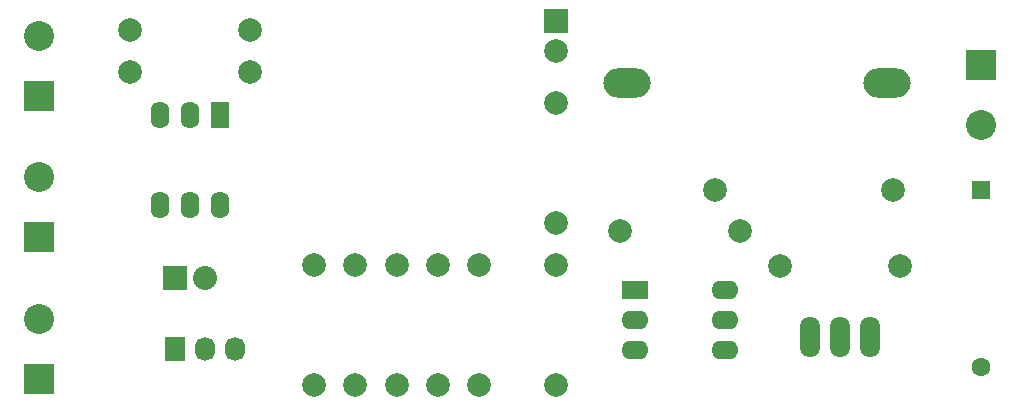
<source format=gbr>
G04 #@! TF.FileFunction,Soldermask,Bot*
%FSLAX46Y46*%
G04 Gerber Fmt 4.6, Leading zero omitted, Abs format (unit mm)*
G04 Created by KiCad (PCBNEW 4.0.0-rc1-stable) date 12/10/2015 23:54:29*
%MOMM*%
G01*
G04 APERTURE LIST*
%ADD10C,0.100000*%
%ADD11R,2.000000X2.000000*%
%ADD12C,2.000000*%
%ADD13C,1.998980*%
%ADD14O,1.699260X3.500120*%
%ADD15R,1.574800X2.286000*%
%ADD16O,1.574800X2.286000*%
%ADD17R,2.286000X1.574800*%
%ADD18O,2.286000X1.574800*%
%ADD19R,1.600000X1.600000*%
%ADD20C,1.600000*%
%ADD21O,4.000500X2.499360*%
%ADD22R,2.540000X2.540000*%
%ADD23C,2.540000*%
%ADD24R,2.032000X2.032000*%
%ADD25O,2.032000X2.032000*%
%ADD26R,1.727200X2.032000*%
%ADD27O,1.727200X2.032000*%
G04 APERTURE END LIST*
D10*
D11*
X136000000Y-58750000D03*
D12*
X136000000Y-61290000D03*
D13*
X149500000Y-73000000D03*
X164500000Y-73000000D03*
D14*
X160000000Y-85500000D03*
X162540000Y-85500000D03*
X157460000Y-85500000D03*
D13*
X110080000Y-59500000D03*
X99920000Y-59500000D03*
X110080000Y-63000000D03*
X99920000Y-63000000D03*
X136000000Y-75830000D03*
X136000000Y-65670000D03*
X136000000Y-79420000D03*
X136000000Y-89580000D03*
X141420000Y-76500000D03*
X151580000Y-76500000D03*
X165080000Y-79500000D03*
X154920000Y-79500000D03*
D15*
X107540000Y-66690000D03*
D16*
X105000000Y-66690000D03*
X102460000Y-66690000D03*
X102460000Y-74310000D03*
X105000000Y-74310000D03*
X107540000Y-74310000D03*
D17*
X142690000Y-81460000D03*
D18*
X142690000Y-84000000D03*
X142690000Y-86540000D03*
X150310000Y-86540000D03*
X150310000Y-84000000D03*
X150310000Y-81460000D03*
D19*
X172000000Y-73000000D03*
D20*
X172000000Y-88000000D03*
D21*
X164000740Y-64000000D03*
X141999260Y-64000000D03*
D22*
X92250000Y-77040000D03*
D23*
X92250000Y-71960000D03*
D22*
X92250000Y-89040000D03*
D23*
X92250000Y-83960000D03*
D22*
X172000000Y-62460000D03*
D23*
X172000000Y-67540000D03*
D13*
X122500000Y-89580000D03*
X122500000Y-79420000D03*
X119000000Y-89580000D03*
X119000000Y-79420000D03*
X129500000Y-89580000D03*
X129500000Y-79420000D03*
X115500000Y-89580000D03*
X115500000Y-79420000D03*
X126000000Y-79420000D03*
X126000000Y-89580000D03*
D24*
X103750000Y-80500000D03*
D25*
X106290000Y-80500000D03*
D22*
X92250000Y-65040000D03*
D23*
X92250000Y-59960000D03*
D26*
X103750000Y-86500000D03*
D27*
X106290000Y-86500000D03*
X108830000Y-86500000D03*
M02*

</source>
